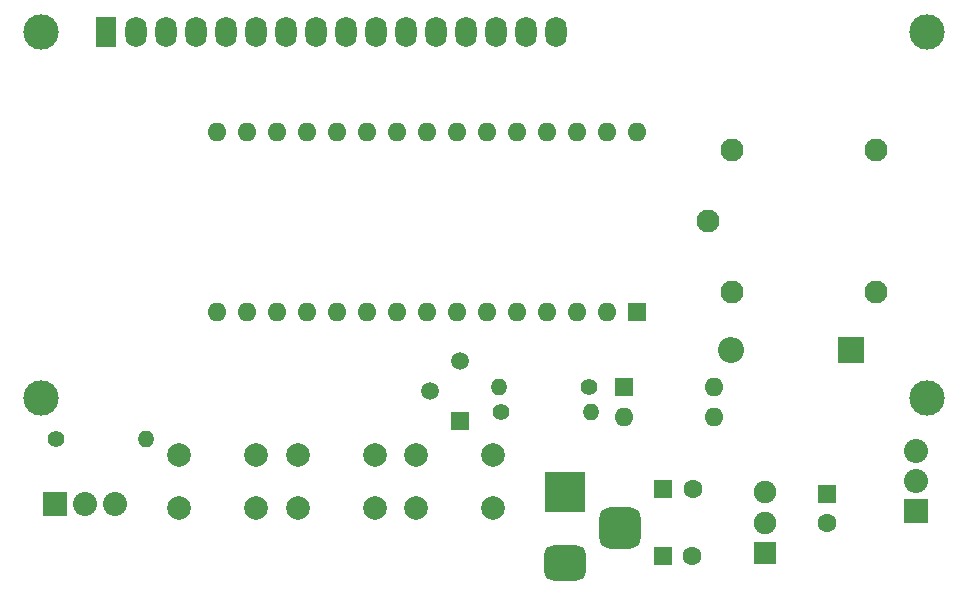
<source format=gbr>
%TF.GenerationSoftware,KiCad,Pcbnew,(6.0.0)*%
%TF.CreationDate,2022-01-31T23:05:30+07:00*%
%TF.ProjectId,eggmodel_V1.1,6567676d-6f64-4656-9c5f-56312e312e6b,rev?*%
%TF.SameCoordinates,Original*%
%TF.FileFunction,Soldermask,Bot*%
%TF.FilePolarity,Negative*%
%FSLAX46Y46*%
G04 Gerber Fmt 4.6, Leading zero omitted, Abs format (unit mm)*
G04 Created by KiCad (PCBNEW (6.0.0)) date 2022-01-31 23:05:30*
%MOMM*%
%LPD*%
G01*
G04 APERTURE LIST*
G04 Aperture macros list*
%AMRoundRect*
0 Rectangle with rounded corners*
0 $1 Rounding radius*
0 $2 $3 $4 $5 $6 $7 $8 $9 X,Y pos of 4 corners*
0 Add a 4 corners polygon primitive as box body*
4,1,4,$2,$3,$4,$5,$6,$7,$8,$9,$2,$3,0*
0 Add four circle primitives for the rounded corners*
1,1,$1+$1,$2,$3*
1,1,$1+$1,$4,$5*
1,1,$1+$1,$6,$7*
1,1,$1+$1,$8,$9*
0 Add four rect primitives between the rounded corners*
20,1,$1+$1,$2,$3,$4,$5,0*
20,1,$1+$1,$4,$5,$6,$7,0*
20,1,$1+$1,$6,$7,$8,$9,0*
20,1,$1+$1,$8,$9,$2,$3,0*%
G04 Aperture macros list end*
%ADD10R,2.040000X2.040000*%
%ADD11C,2.040000*%
%ADD12R,3.500000X3.500000*%
%ADD13RoundRect,0.750000X1.000000X-0.750000X1.000000X0.750000X-1.000000X0.750000X-1.000000X-0.750000X0*%
%ADD14RoundRect,0.875000X0.875000X-0.875000X0.875000X0.875000X-0.875000X0.875000X-0.875000X-0.875000X0*%
%ADD15C,1.400000*%
%ADD16O,1.400000X1.400000*%
%ADD17R,1.500000X1.500000*%
%ADD18C,1.500000*%
%ADD19C,3.000000*%
%ADD20R,1.800000X2.600000*%
%ADD21O,1.800000X2.600000*%
%ADD22C,2.000000*%
%ADD23R,1.600000X1.600000*%
%ADD24C,1.600000*%
%ADD25O,1.600000X1.600000*%
%ADD26R,1.910000X1.910000*%
%ADD27C,1.910000*%
%ADD28R,2.200000X2.200000*%
%ADD29O,2.200000X2.200000*%
%ADD30C,1.950000*%
G04 APERTURE END LIST*
D10*
%TO.C,J3*%
X161060000Y-124530000D03*
D11*
X161060000Y-121990000D03*
X161060000Y-119450000D03*
%TD*%
D12*
%TO.C,J2*%
X131300000Y-122910000D03*
D13*
X131300000Y-128910000D03*
D14*
X136000000Y-125910000D03*
%TD*%
D15*
%TO.C,R1*%
X88230000Y-118430000D03*
D16*
X95850000Y-118430000D03*
%TD*%
D17*
%TO.C,Q1*%
X122440000Y-116840000D03*
D18*
X119900000Y-114300000D03*
X122440000Y-111760000D03*
%TD*%
D19*
%TO.C,DS1*%
X161940000Y-83902500D03*
X161939480Y-114903200D03*
X86940900Y-83902500D03*
X86940900Y-114903200D03*
D20*
X92440000Y-83902500D03*
D21*
X94980000Y-83902500D03*
X97520000Y-83902500D03*
X100060000Y-83902500D03*
X102600000Y-83902500D03*
X105140000Y-83902500D03*
X107680000Y-83902500D03*
X110220000Y-83902500D03*
X112760000Y-83902500D03*
X115300000Y-83902500D03*
X117840000Y-83902500D03*
X120380000Y-83902500D03*
X122920000Y-83902500D03*
X125460000Y-83902500D03*
X128000000Y-83902500D03*
X130540000Y-83902500D03*
%TD*%
D22*
%TO.C,SW1*%
X118710000Y-124240000D03*
X125210000Y-124240000D03*
X125210000Y-119740000D03*
X118710000Y-119740000D03*
%TD*%
D23*
%TO.C,C1*%
X139600000Y-128330000D03*
D24*
X142100000Y-128330000D03*
%TD*%
D22*
%TO.C,SW2*%
X115220000Y-124220000D03*
X108720000Y-124220000D03*
X115220000Y-119720000D03*
X108720000Y-119720000D03*
%TD*%
D23*
%TO.C,C2*%
X139630000Y-122620000D03*
D24*
X142130000Y-122620000D03*
%TD*%
D22*
%TO.C,SW3*%
X98630000Y-124240000D03*
X105130000Y-124240000D03*
X105130000Y-119740000D03*
X98630000Y-119740000D03*
%TD*%
D15*
%TO.C,R2*%
X133400000Y-113960000D03*
D16*
X125780000Y-113960000D03*
%TD*%
D23*
%TO.C,U1*%
X136310000Y-113965000D03*
D25*
X136310000Y-116505000D03*
X143930000Y-116505000D03*
X143930000Y-113965000D03*
%TD*%
D26*
%TO.C,U2*%
X148258000Y-128030000D03*
D27*
X148258000Y-125480000D03*
X148258000Y-122930000D03*
%TD*%
D15*
%TO.C,R3*%
X125900000Y-116150000D03*
D16*
X133520000Y-116150000D03*
%TD*%
D23*
%TO.C,C3*%
X153500000Y-123050000D03*
D24*
X153500000Y-125550000D03*
%TD*%
D10*
%TO.C,J1*%
X88168500Y-123910000D03*
D11*
X90708500Y-123910000D03*
X93248500Y-123910000D03*
%TD*%
D28*
%TO.C,D1*%
X155570000Y-110850000D03*
D29*
X145410000Y-110850000D03*
%TD*%
D23*
%TO.C,A1*%
X137430000Y-107630000D03*
D25*
X134890000Y-107630000D03*
X132350000Y-107630000D03*
X129810000Y-107630000D03*
X127270000Y-107630000D03*
X124730000Y-107630000D03*
X122190000Y-107630000D03*
X119650000Y-107630000D03*
X117110000Y-107630000D03*
X114570000Y-107630000D03*
X112030000Y-107630000D03*
X109490000Y-107630000D03*
X106950000Y-107630000D03*
X104410000Y-107630000D03*
X101870000Y-107630000D03*
X101870000Y-92390000D03*
X104410000Y-92390000D03*
X106950000Y-92390000D03*
X109490000Y-92390000D03*
X112030000Y-92390000D03*
X114570000Y-92390000D03*
X117110000Y-92390000D03*
X119650000Y-92390000D03*
X122190000Y-92390000D03*
X124730000Y-92390000D03*
X127270000Y-92390000D03*
X129810000Y-92390000D03*
X132350000Y-92390000D03*
X134890000Y-92390000D03*
X137430000Y-92390000D03*
%TD*%
D30*
%TO.C,K1*%
X145460000Y-93960000D03*
X145460000Y-105960000D03*
X143460000Y-99960000D03*
X157660000Y-105960000D03*
X157660000Y-93960000D03*
%TD*%
M02*

</source>
